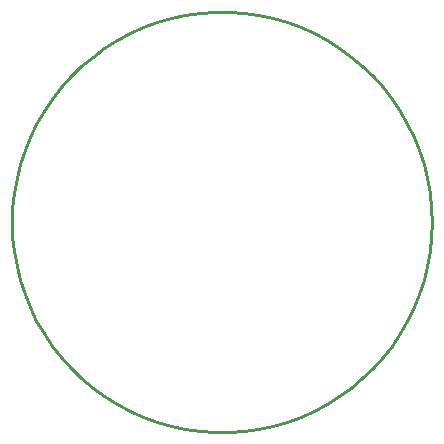
<source format=gko>
%FSTAX23Y23*%
%MOIN*%
%SFA1B1*%

%IPPOS*%
%ADD36C,0.010000*%
%LNpcb1-1*%
%LPD*%
G54D36*
X038Y027D02*
D01*
X03798Y02748*
X03793Y02797*
X03784Y02845*
X03772Y02892*
X03757Y02939*
X03739Y02984*
X03718Y03028*
X03693Y0307*
X03666Y03111*
X03636Y03149*
X03603Y03186*
X03568Y0322*
X0353Y03251*
X03491Y0328*
X0345Y03306*
X03406Y03329*
X03362Y03349*
X03316Y03365*
X03269Y03379*
X03221Y03389*
X03173Y03396*
X03124Y03399*
X03075*
X03026Y03396*
X02978Y03389*
X0293Y03379*
X02883Y03365*
X02837Y03349*
X02793Y03329*
X02749Y03306*
X02708Y0328*
X02669Y03251*
X02631Y0322*
X02596Y03186*
X02563Y03149*
X02533Y03111*
X02506Y0307*
X02481Y03028*
X0246Y02984*
X02442Y02939*
X02427Y02892*
X02415Y02845*
X02406Y02797*
X02401Y02748*
X024Y027*
X02401Y02651*
X02406Y02602*
X02415Y02554*
X02427Y02507*
X02442Y0246*
X0246Y02415*
X02481Y02371*
X02506Y02329*
X02533Y02288*
X02563Y0225*
X02596Y02213*
X02631Y02179*
X02669Y02148*
X02708Y02119*
X0275Y02093*
X02793Y0207*
X02837Y0205*
X02883Y02034*
X0293Y0202*
X02978Y0201*
X03026Y02003*
X03075Y02*
X03124*
X03173Y02003*
X03221Y0201*
X03269Y0202*
X03316Y02034*
X03362Y0205*
X03406Y0207*
X0345Y02093*
X03491Y02119*
X0353Y02148*
X03568Y02179*
X03603Y02213*
X03636Y0225*
X03666Y02288*
X03693Y02329*
X03718Y02371*
X03739Y02415*
X03757Y0246*
X03772Y02507*
X03784Y02554*
X03793Y02602*
X03798Y02651*
X038Y027*
M02*
</source>
